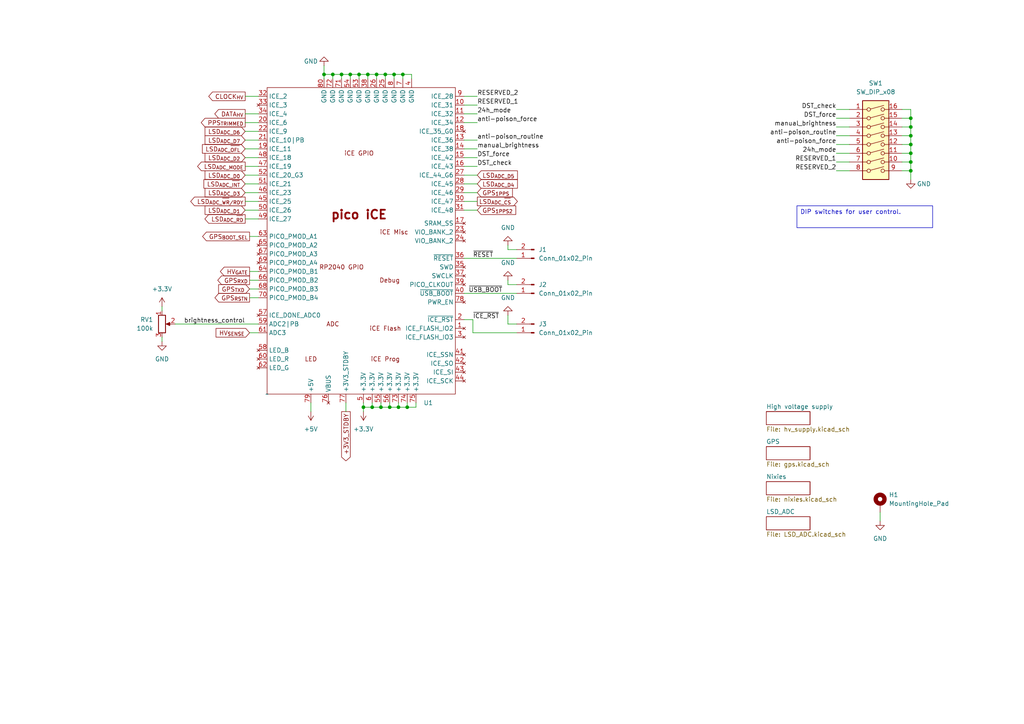
<source format=kicad_sch>
(kicad_sch (version 20230121) (generator eeschema)
  (paper "A4")
  (title_block (title "Nixie Accurate Clock"))
  (lib_symbols
    (symbol "00_lib:pico_iCE"
      (property "Reference" "U1" (at 45.3741 -2.54 0))
      (property "Value" "~" (at 0 0 0))
      (symbol "pico_iCE_0_1"
        (rectangle (start 0 88.9) (end 54.61 0))
      )
      (symbol "pico_iCE_1_1"
        (text "ADC" (at 19.05 20.32 0) (effects (font (size 1.27 1.27))))
        (text "Debug" (at 35.56 33.02 0) (effects (font (size 1.27 1.27))))
        (text "iCE Flash" (at 34.29 19.05 0) (effects (font (size 1.27 1.27))))
        (text "iCE GPIO" (at 26.67 69.85 0) (effects (font (size 1.27 1.27))))
        (text "iCE Misc" (at 36.83 46.99 0) (effects (font (size 1.27 1.27))))
        (text "iCE Prog" (at 34.29 10.16 0) (effects (font (size 1.27 1.27))))
        (text "LED" (at 12.7 10.16 0) (effects (font (size 1.27 1.27))))
        (text "pico iCE" (at 26.67 52.07 0) (effects (font (size 2.54 2.54) bold)))
        (text "RP2040 GPIO" (at 21.59 36.83 0) (effects (font (size 1.27 1.27))))
        (pin no_connect line (at 57.15 19.05 180) (length 2.54) (name "ICE_FLASH_IO2") (number "1"))
        (pin input line (at 57.15 83.82 180) (length 2.54) (name "ICE_31") (number "10"))
        (pin input line (at 57.15 81.28 180) (length 2.54) (name "ICE_32") (number "11"))
        (pin input line (at 57.15 78.74 180) (length 2.54) (name "ICE_34") (number "12"))
        (pin input line (at 57.15 73.66 180) (length 2.54) (name "ICE_36") (number "13"))
        (pin input line (at 57.15 71.12 180) (length 2.54) (name "ICE_38") (number "14"))
        (pin input line (at 57.15 68.58 180) (length 2.54) (name "ICE_42") (number "15"))
        (pin input line (at 57.15 66.04 180) (length 2.54) (name "ICE_43") (number "16"))
        (pin no_connect line (at 57.15 49.53 180) (length 2.54) (name "SRAM_SS") (number "17"))
        (pin no_connect line (at 57.15 76.2 180) (length 2.54) (name "ICE_35_G0") (number "18"))
        (pin input line (at -2.54 71.12 0) (length 2.54) (name "ICE_11") (number "19"))
        (pin input line (at 57.15 21.59 180) (length 2.54) (name "~{ICE_RST}") (number "2"))
        (pin output line (at -2.54 78.74 0) (length 2.54) (name "ICE_6") (number "20"))
        (pin input line (at -2.54 73.66 0) (length 2.54) (name "ICE_10|PB") (number "21"))
        (pin input line (at -2.54 76.2 0) (length 2.54) (name "ICE_9") (number "22"))
        (pin no_connect line (at 57.15 46.99 180) (length 2.54) (name "VIO_BANK_2") (number "23"))
        (pin no_connect line (at 57.15 44.45 180) (length 2.54) (name "VIO_BANK_2") (number "24"))
        (pin passive line (at 34.29 91.44 270) (length 2.54) (name "GND") (number "25"))
        (pin passive line (at 31.75 91.44 270) (length 2.54) (name "GND") (number "26"))
        (pin input line (at 57.15 63.5 180) (length 2.54) (name "ICE_44_G6") (number "27"))
        (pin input line (at 57.15 60.96 180) (length 2.54) (name "ICE_45") (number "28"))
        (pin input line (at 57.15 58.42 180) (length 2.54) (name "ICE_46") (number "29"))
        (pin no_connect line (at 57.15 16.51 180) (length 2.54) (name "ICE_FLASH_IO3") (number "3"))
        (pin output line (at 57.15 55.88 180) (length 2.54) (name "ICE_47") (number "30"))
        (pin input line (at 57.15 53.34 180) (length 2.54) (name "ICE_48") (number "31"))
        (pin output line (at -2.54 86.36 0) (length 2.54) (name "ICE_2") (number "32"))
        (pin no_connect line (at -2.54 83.82 0) (length 2.54) (name "ICE_3") (number "33"))
        (pin output line (at -2.54 81.28 0) (length 2.54) (name "ICE_4") (number "34"))
        (pin no_connect line (at 57.15 36.83 180) (length 2.54) (name "SWD") (number "35"))
        (pin input line (at 57.15 39.37 180) (length 2.54) (name "~{RESET}") (number "36"))
        (pin no_connect line (at 57.15 34.29 180) (length 2.54) (name "SWCLK") (number "37"))
        (pin passive line (at 29.21 91.44 270) (length 2.54) (name "GND") (number "38"))
        (pin no_connect line (at 57.15 31.75 180) (length 2.54) (name "PICO_CLKOUT") (number "39"))
        (pin power_out line (at 41.91 91.44 270) (length 2.54) (name "GND") (number "4"))
        (pin input line (at 57.15 29.21 180) (length 2.54) (name "~{USB_BOOT}") (number "40"))
        (pin no_connect line (at 57.15 11.43 180) (length 2.54) (name "ICE_SSN") (number "41"))
        (pin no_connect line (at 57.15 8.89 180) (length 2.54) (name "ICE_SO") (number "42"))
        (pin no_connect line (at 57.15 6.35 180) (length 2.54) (name "ICE_SI") (number "43"))
        (pin no_connect line (at 57.15 3.81 180) (length 2.54) (name "ICE_SCK") (number "44"))
        (pin output line (at -2.54 55.88 0) (length 2.54) (name "ICE_25") (number "45"))
        (pin passive line (at -2.54 58.42 0) (length 2.54) (name "ICE_23") (number "46"))
        (pin output line (at -2.54 66.04 0) (length 2.54) (name "ICE_19") (number "47"))
        (pin input line (at -2.54 68.58 0) (length 2.54) (name "ICE_18") (number "48"))
        (pin output line (at -2.54 50.8 0) (length 2.54) (name "ICE_27") (number "49"))
        (pin power_out line (at 27.94 -2.54 90) (length 2.54) (name "+3.3V") (number "5"))
        (pin input line (at -2.54 53.34 0) (length 2.54) (name "ICE_26") (number "50"))
        (pin input line (at -2.54 60.96 0) (length 2.54) (name "ICE_21") (number "51"))
        (pin input line (at -2.54 63.5 0) (length 2.54) (name "ICE_20_G3") (number "52"))
        (pin passive line (at 26.67 91.44 270) (length 2.54) (name "GND") (number "53"))
        (pin passive line (at 24.13 91.44 270) (length 2.54) (name "GND") (number "54"))
        (pin passive line (at 33.02 -2.54 90) (length 2.54) (name "+3.3V") (number "55"))
        (pin passive line (at 35.56 -2.54 90) (length 2.54) (name "+3.3V") (number "56"))
        (pin no_connect line (at -2.54 22.86 0) (length 2.54) (name "ICE_DONE_ADC0") (number "57"))
        (pin no_connect line (at -2.54 12.7 0) (length 2.54) (name "LED_B") (number "58"))
        (pin input line (at -2.54 20.32 0) (length 2.54) (name "ADC2|PB") (number "59"))
        (pin passive line (at 30.48 -2.54 90) (length 2.54) (name "+3.3V") (number "6"))
        (pin no_connect line (at -2.54 10.16 0) (length 2.54) (name "LED_R") (number "60"))
        (pin input line (at -2.54 17.78 0) (length 2.54) (name "ADC3") (number "61"))
        (pin no_connect line (at -2.54 7.62 0) (length 2.54) (name "LED_G") (number "62"))
        (pin output line (at -2.54 45.72 0) (length 2.54) (name "PICO_PMOD_A1") (number "63"))
        (pin output line (at -2.54 35.56 0) (length 2.54) (name "PICO_PMOD_B1") (number "64"))
        (pin no_connect line (at -2.54 43.18 0) (length 2.54) (name "PICO_PMOD_A2") (number "65"))
        (pin output line (at -2.54 33.02 0) (length 2.54) (name "PICO_PMOD_B2") (number "66"))
        (pin no_connect line (at -2.54 40.64 0) (length 2.54) (name "PICO_PMOD_A3") (number "67"))
        (pin input line (at -2.54 30.48 0) (length 2.54) (name "PICO_PMOD_B3") (number "68"))
        (pin no_connect line (at -2.54 38.1 0) (length 2.54) (name "PICO_PMOD_A4") (number "69"))
        (pin passive line (at 39.37 91.44 270) (length 2.54) (name "GND") (number "7"))
        (pin output line (at -2.54 27.94 0) (length 2.54) (name "PICO_PMOD_B4") (number "70"))
        (pin passive line (at 21.59 91.44 270) (length 2.54) (name "GND") (number "71"))
        (pin passive line (at 19.05 91.44 270) (length 2.54) (name "GND") (number "72"))
        (pin passive line (at 38.1 -2.54 90) (length 2.54) (name "+3.3V") (number "73"))
        (pin passive line (at 40.64 -2.54 90) (length 2.54) (name "+3.3V") (number "74"))
        (pin passive line (at 43.18 -2.54 90) (length 2.54) (name "+3.3V") (number "75"))
        (pin no_connect line (at 17.78 -2.54 90) (length 2.54) (name "VBUS") (number "76"))
        (pin power_out line (at 22.86 -2.54 90) (length 2.54) (name "+3V3_STDBY") (number "77"))
        (pin no_connect line (at 57.15 26.67 180) (length 2.54) (name "PWR_EN") (number "78"))
        (pin power_out line (at 12.7 -2.54 90) (length 2.54) (name "+5V") (number "79"))
        (pin passive line (at 36.83 91.44 270) (length 2.54) (name "GND") (number "8"))
        (pin passive line (at 16.51 91.44 270) (length 2.54) (name "GND") (number "80"))
        (pin input line (at 57.15 86.36 180) (length 2.54) (name "ICE_28") (number "9"))
      )
    )
    (symbol "Connector:Conn_01x02_Pin" (pin_names (offset 1.016) hide)
      (property "Reference" "J" (at 0 2.54 0))
      (property "Value" "Conn_01x02_Pin" (at 0 -5.08 0))
      (symbol "Conn_01x02_Pin_1_1"
        (polyline (pts (xy 1.27 -2.54) (xy 0.8636 -2.54)) (stroke (width 0.1524)))
        (polyline (pts (xy 1.27 0) (xy 0.8636 0)) (stroke (width 0.1524)))
        (rectangle (start 0.8636 -2.413) (end 0 -2.667) (stroke (width 0.1524)) (fill (type outline)))
        (rectangle (start 0.8636 0.127) (end 0 -0.127) (stroke (width 0.1524)) (fill (type outline)))
        (pin passive line (at 5.08 0 180) (length 3.81) (name "Pin_1") (number "1"))
        (pin passive line (at 5.08 -2.54 180) (length 3.81) (name "Pin_2") (number "2"))
      )
    )
    (symbol "Device:R_Potentiometer" (pin_names (offset 1.016) hide)
      (property "Reference" "RV" (at -4.445 0 90))
      (property "Value" "R_Potentiometer" (at -2.54 0 90))
      (symbol "R_Potentiometer_0_1"
        (polyline (pts (xy 2.54 0) (xy 1.524 0)))
        (polyline (pts (xy 1.143 0) (xy 2.286 0.508) (xy 2.286 -0.508) (xy 1.143 0)) (fill (type outline)))
        (rectangle (start 1.016 2.54) (end -1.016 -2.54) (stroke (width 0.254)))
      )
      (symbol "R_Potentiometer_1_1"
        (pin passive line (at 0 3.81 270) (length 1.27) (name "1") (number "1"))
        (pin passive line (at 3.81 0 180) (length 1.27) (name "2") (number "2"))
        (pin passive line (at 0 -3.81 90) (length 1.27) (name "3") (number "3"))
      )
    )
    (symbol "Mechanical:MountingHole_Pad" (pin_numbers hide) (pin_names (offset 1.016) hide)
      (property "Reference" "H" (at 0 6.35 0))
      (property "Value" "MountingHole_Pad" (at 0 4.445 0))
      (symbol "MountingHole_Pad_0_1"
        (circle (center 0 1.27) (radius 1.27) (stroke (width 1.27)))
      )
      (symbol "MountingHole_Pad_1_1"
        (pin input line (at 0 -2.54 90) (length 2.54) (name "1") (number "1"))
      )
    )
    (symbol "Switch:SW_DIP_x08" (pin_names (offset 0) hide)
      (property "Reference" "SW" (at 0 13.97 0))
      (property "Value" "SW_DIP_x08" (at 0 -11.43 0))
      (symbol "SW_DIP_x08_0_0"
        (circle (center -2.032 -7.62) (radius 0.508))
        (circle (center -2.032 -5.08) (radius 0.508))
        (circle (center -2.032 -2.54) (radius 0.508))
        (circle (center -2.032 0) (radius 0.508))
        (circle (center -2.032 2.54) (radius 0.508))
        (circle (center -2.032 5.08) (radius 0.508))
        (circle (center -2.032 7.62) (radius 0.508))
        (circle (center -2.032 10.16) (radius 0.508))
        (polyline (pts (xy -1.524 -7.4676) (xy 2.3622 -6.4262)))
        (polyline (pts (xy -1.524 -4.9276) (xy 2.3622 -3.8862)))
        (polyline (pts (xy -1.524 -2.3876) (xy 2.3622 -1.3462)))
        (polyline (pts (xy -1.524 0.127) (xy 2.3622 1.1684)))
        (polyline (pts (xy -1.524 2.667) (xy 2.3622 3.7084)))
        (polyline (pts (xy -1.524 5.207) (xy 2.3622 6.2484)))
        (polyline (pts (xy -1.524 7.747) (xy 2.3622 8.7884)))
        (polyline (pts (xy -1.524 10.287) (xy 2.3622 11.3284)))
        (circle (center 2.032 -7.62) (radius 0.508))
        (circle (center 2.032 -5.08) (radius 0.508))
        (circle (center 2.032 -2.54) (radius 0.508))
        (circle (center 2.032 0) (radius 0.508))
        (circle (center 2.032 2.54) (radius 0.508))
        (circle (center 2.032 5.08) (radius 0.508))
        (circle (center 2.032 7.62) (radius 0.508))
        (circle (center 2.032 10.16) (radius 0.508))
      )
      (symbol "SW_DIP_x08_0_1"
        (rectangle (start -3.81 12.7) (end 3.81 -10.16) (stroke (width 0.254)) (fill (type background)))
      )
      (symbol "SW_DIP_x08_1_1"
        (pin passive line (at -7.62 10.16 0) (length 5.08) (name "~") (number "1"))
        (pin passive line (at 7.62 -5.08 180) (length 5.08) (name "~") (number "10"))
        (pin passive line (at 7.62 -2.54 180) (length 5.08) (name "~") (number "11"))
        (pin passive line (at 7.62 0 180) (length 5.08) (name "~") (number "12"))
        (pin passive line (at 7.62 2.54 180) (length 5.08) (name "~") (number "13"))
        (pin passive line (at 7.62 5.08 180) (length 5.08) (name "~") (number "14"))
        (pin passive line (at 7.62 7.62 180) (length 5.08) (name "~") (number "15"))
        (pin passive line (at 7.62 10.16 180) (length 5.08) (name "~") (number "16"))
        (pin passive line (at -7.62 7.62 0) (length 5.08) (name "~") (number "2"))
        (pin passive line (at -7.62 5.08 0) (length 5.08) (name "~") (number "3"))
        (pin passive line (at -7.62 2.54 0) (length 5.08) (name "~") (number "4"))
        (pin passive line (at -7.62 0 0) (length 5.08) (name "~") (number "5"))
        (pin passive line (at -7.62 -2.54 0) (length 5.08) (name "~") (number "6"))
        (pin passive line (at -7.62 -5.08 0) (length 5.08) (name "~") (number "7"))
        (pin passive line (at -7.62 -7.62 0) (length 5.08) (name "~") (number "8"))
        (pin passive line (at 7.62 -7.62 180) (length 5.08) (name "~") (number "9"))
      )
    )
    (symbol "power:+3.3V" (power) (pin_names (offset 0))
      (property "Value" "+3.3V" (at 0 3.556 0))
      (symbol "+3.3V_0_1"
        (polyline (pts (xy -0.762 1.27) (xy 0 2.54)))
        (polyline (pts (xy 0 0) (xy 0 2.54)))
        (polyline (pts (xy 0 2.54) (xy 0.762 1.27)))
      )
      (symbol "+3.3V_1_1"
        (pin power_in line (at 0 0 90) (length 0) hide (name "+3.3V") (number "1"))
      )
    )
    (symbol "power:+5V" (power) (pin_names (offset 0))
      (property "Value" "+5V" (at 0 3.556 0))
      (symbol "+5V_0_1"
        (polyline (pts (xy -0.762 1.27) (xy 0 2.54)))
        (polyline (pts (xy 0 0) (xy 0 2.54)))
        (polyline (pts (xy 0 2.54) (xy 0.762 1.27)))
      )
      (symbol "+5V_1_1"
        (pin power_in line (at 0 0 90) (length 0) hide (name "+5V") (number "1"))
      )
    )
    (symbol "power:GND" (power) (pin_names (offset 0))
      (property "Value" "GND" (at 0 -3.81 0))
      (symbol "GND_0_1"
        (polyline (pts (xy 0 0) (xy 0 -1.27) (xy 1.27 -1.27) (xy 0 -2.54) (xy -1.27 -1.27) (xy 0 -1.27)))
      )
      (symbol "GND_1_1"
        (pin power_in line (at 0 0 270) (length 0) hide (name "GND") (number "1"))
      )
    )
  )
  (junction (at 264.16 36.83))
  (junction (at 109.22 21.59))
  (junction (at 264.16 39.37))
  (junction (at 118.11 118.11))
  (junction (at 113.03 118.11))
  (junction (at 106.68 21.59))
  (junction (at 96.52 21.59))
  (junction (at 111.76 21.59))
  (junction (at 93.98 21.59))
  (junction (at 101.6 21.59))
  (junction (at 99.06 21.59))
  (junction (at 110.49 118.11))
  (junction (at 107.95 118.11))
  (junction (at 115.57 118.11))
  (junction (at 104.14 21.59))
  (junction (at 264.16 44.45))
  (junction (at 264.16 34.29))
  (junction (at 264.16 41.91))
  (junction (at 116.84 21.59))
  (junction (at 264.16 46.99))
  (junction (at 264.16 49.53))
  (junction (at 114.3 21.59))
  (junction (at 105.41 118.11))
  (wire (pts (xy 116.84 21.59) (xy 119.38 21.59)))
  (wire (pts (xy 134.62 48.26) (xy 138.43 48.26)))
  (wire (pts (xy 264.16 34.29) (xy 264.16 36.83)))
  (wire (pts (xy 50.8 93.98) (xy 74.93 93.98)))
  (wire (pts (xy 72.39 86.36) (xy 74.93 86.36)))
  (wire (pts (xy 96.52 21.59) (xy 99.06 21.59)))
  (wire (pts (xy 71.12 58.42) (xy 74.93 58.42)))
  (wire (pts (xy 134.62 33.02) (xy 138.43 33.02)))
  (wire (pts (xy 119.38 22.86) (xy 119.38 21.59)))
  (wire (pts (xy 106.68 21.59) (xy 106.68 22.86)))
  (wire (pts (xy 72.39 78.74) (xy 74.93 78.74)))
  (wire (pts (xy 264.16 46.99) (xy 264.16 49.53)))
  (wire (pts (xy 134.62 60.96) (xy 138.43 60.96)))
  (wire (pts (xy 134.62 30.48) (xy 138.43 30.48)))
  (wire (pts (xy 149.86 96.52) (xy 137.16 96.52)))
  (wire (pts (xy 116.84 21.59) (xy 116.84 22.86)))
  (wire (pts (xy 134.62 85.09) (xy 149.86 85.09)))
  (wire (pts (xy 71.12 55.88) (xy 74.93 55.88)))
  (wire (pts (xy 134.62 55.88) (xy 138.43 55.88)))
  (wire (pts (xy 264.16 36.83) (xy 264.16 39.37)))
  (wire (pts (xy 93.98 21.59) (xy 96.52 21.59)))
  (wire (pts (xy 104.14 21.59) (xy 104.14 22.86)))
  (wire (pts (xy 72.39 81.28) (xy 74.93 81.28)))
  (wire (pts (xy 93.98 19.05) (xy 93.98 21.59)))
  (wire (pts (xy 149.86 93.98) (xy 147.32 93.98)))
  (wire (pts (xy 71.12 60.96) (xy 74.93 60.96)))
  (wire (pts (xy 96.52 21.59) (xy 96.52 22.86)))
  (wire (pts (xy 242.57 49.53) (xy 246.38 49.53)))
  (wire (pts (xy 105.41 118.11) (xy 105.41 119.38)))
  (wire (pts (xy 134.62 40.64) (xy 138.43 40.64)))
  (wire (pts (xy 99.06 21.59) (xy 101.6 21.59)))
  (wire (pts (xy 134.62 53.34) (xy 138.43 53.34)))
  (wire (pts (xy 111.76 21.59) (xy 114.3 21.59)))
  (wire (pts (xy 264.16 31.75) (xy 264.16 34.29)))
  (wire (pts (xy 134.62 27.94) (xy 138.43 27.94)))
  (wire (pts (xy 137.16 92.71) (xy 134.62 92.71)))
  (wire (pts (xy 261.62 31.75) (xy 264.16 31.75)))
  (wire (pts (xy 134.62 58.42) (xy 138.43 58.42)))
  (wire (pts (xy 71.12 35.56) (xy 74.93 35.56)))
  (wire (pts (xy 71.12 48.26) (xy 74.93 48.26)))
  (wire (pts (xy 149.86 72.39) (xy 147.32 72.39)))
  (wire (pts (xy 71.12 50.8) (xy 74.93 50.8)))
  (wire (pts (xy 104.14 21.59) (xy 106.68 21.59)))
  (wire (pts (xy 137.16 96.52) (xy 137.16 92.71)))
  (wire (pts (xy 100.33 116.84) (xy 100.33 119.38)))
  (wire (pts (xy 255.27 151.13) (xy 255.27 148.59)))
  (wire (pts (xy 242.57 36.83) (xy 246.38 36.83)))
  (wire (pts (xy 114.3 21.59) (xy 116.84 21.59)))
  (wire (pts (xy 115.57 116.84) (xy 115.57 118.11)))
  (wire (pts (xy 242.57 41.91) (xy 246.38 41.91)))
  (wire (pts (xy 110.49 118.11) (xy 113.03 118.11)))
  (wire (pts (xy 118.11 116.84) (xy 118.11 118.11)))
  (wire (pts (xy 261.62 46.99) (xy 264.16 46.99)))
  (wire (pts (xy 147.32 93.98) (xy 147.32 91.44)))
  (wire (pts (xy 261.62 44.45) (xy 264.16 44.45)))
  (wire (pts (xy 105.41 116.84) (xy 105.41 118.11)))
  (wire (pts (xy 71.12 33.02) (xy 74.93 33.02)))
  (wire (pts (xy 134.62 35.56) (xy 138.43 35.56)))
  (wire (pts (xy 107.95 118.11) (xy 110.49 118.11)))
  (wire (pts (xy 72.39 96.52) (xy 74.93 96.52)))
  (wire (pts (xy 106.68 21.59) (xy 109.22 21.59)))
  (wire (pts (xy 264.16 44.45) (xy 264.16 46.99)))
  (wire (pts (xy 71.12 45.72) (xy 74.93 45.72)))
  (wire (pts (xy 71.12 40.64) (xy 74.93 40.64)))
  (wire (pts (xy 93.98 21.59) (xy 93.98 22.86)))
  (wire (pts (xy 134.62 50.8) (xy 138.43 50.8)))
  (wire (pts (xy 46.99 99.06) (xy 46.99 97.79)))
  (wire (pts (xy 261.62 39.37) (xy 264.16 39.37)))
  (wire (pts (xy 99.06 21.59) (xy 99.06 22.86)))
  (wire (pts (xy 242.57 44.45) (xy 246.38 44.45)))
  (wire (pts (xy 71.12 43.18) (xy 74.93 43.18)))
  (wire (pts (xy 72.39 83.82) (xy 74.93 83.82)))
  (wire (pts (xy 120.65 116.84) (xy 120.65 118.11)))
  (wire (pts (xy 101.6 21.59) (xy 104.14 21.59)))
  (wire (pts (xy 242.57 34.29) (xy 246.38 34.29)))
  (wire (pts (xy 264.16 49.53) (xy 264.16 52.07)))
  (wire (pts (xy 242.57 31.75) (xy 246.38 31.75)))
  (wire (pts (xy 242.57 46.99) (xy 246.38 46.99)))
  (wire (pts (xy 134.62 45.72) (xy 138.43 45.72)))
  (wire (pts (xy 134.62 74.93) (xy 149.86 74.93)))
  (wire (pts (xy 105.41 118.11) (xy 107.95 118.11)))
  (wire (pts (xy 109.22 21.59) (xy 111.76 21.59)))
  (wire (pts (xy 107.95 116.84) (xy 107.95 118.11)))
  (wire (pts (xy 261.62 49.53) (xy 264.16 49.53)))
  (wire (pts (xy 147.32 82.55) (xy 147.32 81.28)))
  (wire (pts (xy 71.12 63.5) (xy 74.93 63.5)))
  (wire (pts (xy 111.76 21.59) (xy 111.76 22.86)))
  (wire (pts (xy 72.39 68.58) (xy 74.93 68.58)))
  (wire (pts (xy 118.11 118.11) (xy 120.65 118.11)))
  (wire (pts (xy 71.12 27.94) (xy 74.93 27.94)))
  (wire (pts (xy 46.99 88.9) (xy 46.99 90.17)))
  (wire (pts (xy 109.22 21.59) (xy 109.22 22.86)))
  (wire (pts (xy 115.57 118.11) (xy 118.11 118.11)))
  (wire (pts (xy 101.6 21.59) (xy 101.6 22.86)))
  (wire (pts (xy 242.57 39.37) (xy 246.38 39.37)))
  (wire (pts (xy 147.32 72.39) (xy 147.32 71.12)))
  (wire (pts (xy 113.03 118.11) (xy 115.57 118.11)))
  (wire (pts (xy 261.62 41.91) (xy 264.16 41.91)))
  (wire (pts (xy 114.3 21.59) (xy 114.3 22.86)))
  (wire (pts (xy 261.62 34.29) (xy 264.16 34.29)))
  (wire (pts (xy 90.17 116.84) (xy 90.17 119.38)))
  (wire (pts (xy 113.03 116.84) (xy 113.03 118.11)))
  (wire (pts (xy 149.86 82.55) (xy 147.32 82.55)))
  (wire (pts (xy 134.62 43.18) (xy 138.43 43.18)))
  (wire (pts (xy 71.12 38.1) (xy 74.93 38.1)))
  (wire (pts (xy 264.16 39.37) (xy 264.16 41.91)))
  (wire (pts (xy 71.12 53.34) (xy 74.93 53.34)))
  (wire (pts (xy 110.49 116.84) (xy 110.49 118.11)))
  (wire (pts (xy 261.62 36.83) (xy 264.16 36.83)))
  (wire (pts (xy 264.16 41.91) (xy 264.16 44.45)))
  (text_box "DIP switches for user control." (at 231.14 59.69 0) (size 39.37 6.35) (effects (font (size 1.27 1.27)) (justify left top)))
  (label "RESERVED_1" (at 138.43 30.48 0))
  (label "~{RESET}" (at 137.16 74.93 0))
  (label "anti-poison_force" (at 138.43 35.56 0))
  (label "24h_mode" (at 242.57 44.45 180))
  (label "DST_check" (at 242.57 31.75 180))
  (label "24h_mode" (at 138.43 33.02 0))
  (label "anti-poison_force" (at 242.57 41.91 180))
  (label "RESERVED_2" (at 138.43 27.94 0))
  (label "anti-poison_routine" (at 138.43 40.64 0))
  (label "~{USB_BOOT}" (at 135.89 85.09 0))
  (label "anti-poison_routine" (at 242.57 39.37 180))
  (label "RESERVED_1" (at 242.57 46.99 180))
  (label "DST_force" (at 242.57 34.29 180))
  (label "manual_brightness" (at 242.57 36.83 180))
  (label "brightness_control" (at 53.34 93.98 0))
  (label "DST_check" (at 138.43 48.26 0))
  (label "DST_force" (at 138.43 45.72 0))
  (label "manual_brightness" (at 138.43 43.18 0))
  (label "~{ICE_RST}" (at 137.16 92.71 0))
  (label "RESERVED_2" (at 242.57 49.53 180))
  (global_label "LSD_{ADC_~{INT}}" (shape input) (at 71.12 53.34 180) (property "Intersheetrefs" "${INTERSHEET_REFS}" (effects hide)))
  (global_label "LSD_{ADC_D4}" (shape input) (at 138.43 53.34 0) (property "Intersheetrefs" "${INTERSHEET_REFS}" (effects hide)))
  (global_label "LSD_{ADC_D2}" (shape input) (at 71.12 45.72 180) (property "Intersheetrefs" "${INTERSHEET_REFS}" (effects hide)))
  (global_label "+3V3_STDBY" (shape output) (at 100.33 119.38 270) (property "Intersheetrefs" "${INTERSHEET_REFS}" (effects hide)))
  (global_label "LSD_{ADC_~{WR}{slash}RDY}" (shape output) (at 71.12 58.42 180) (property "Intersheetrefs" "${INTERSHEET_REFS}" (effects hide)))
  (global_label "GPS_{RSTN}" (shape output) (at 72.39 86.36 180) (property "Intersheetrefs" "${INTERSHEET_REFS}" (effects hide)))
  (global_label "CLOCK_{HV}" (shape output) (at 71.12 27.94 180) (property "Intersheetrefs" "${INTERSHEET_REFS}" (effects hide)))
  (global_label "LSD_{ADC_~{RD}}" (shape output) (at 71.12 63.5 180) (property "Intersheetrefs" "${INTERSHEET_REFS}" (effects hide)))
  (global_label "LSD_{ADC_MODE}" (shape output) (at 71.12 48.26 180) (property "Intersheetrefs" "${INTERSHEET_REFS}" (effects hide)))
  (global_label "LSD_{ADC_D7}" (shape input) (at 71.12 40.64 180) (property "Intersheetrefs" "${INTERSHEET_REFS}" (effects hide)))
  (global_label "LSD_{ADC_D6}" (shape input) (at 71.12 38.1 180) (property "Intersheetrefs" "${INTERSHEET_REFS}" (effects hide)))
  (global_label "GPS_{BOOT_SEL}" (shape output) (at 72.39 68.58 180) (property "Intersheetrefs" "${INTERSHEET_REFS}" (effects hide)))
  (global_label "GPS_{TXD}" (shape input) (at 72.39 83.82 180) (property "Intersheetrefs" "${INTERSHEET_REFS}" (effects hide)))
  (global_label "PPS_{TRIMMED}" (shape output) (at 71.12 35.56 180) (property "Intersheetrefs" "${INTERSHEET_REFS}" (effects hide)))
  (global_label "GPS_{1PPS}" (shape input) (at 138.43 55.88 0) (property "Intersheetrefs" "${INTERSHEET_REFS}" (effects hide)))
  (global_label "GPS_{1PPS2}" (shape input) (at 138.43 60.96 0) (property "Intersheetrefs" "${INTERSHEET_REFS}" (effects hide)))
  (global_label "LSD_{ADC_D1}" (shape input) (at 71.12 60.96 180) (property "Intersheetrefs" "${INTERSHEET_REFS}" (effects hide)))
  (global_label "LSD_{ADC_~{OFL}}" (shape input) (at 71.12 43.18 180) (property "Intersheetrefs" "${INTERSHEET_REFS}" (effects hide)))
  (global_label "LSD_{ADC_~{CS}}" (shape output) (at 138.43 58.42 0) (property "Intersheetrefs" "${INTERSHEET_REFS}" (effects hide)))
  (global_label "DATA_{HV}" (shape output) (at 71.12 33.02 180) (property "Intersheetrefs" "${INTERSHEET_REFS}" (effects hide)))
  (global_label "HV_{SENSE}" (shape input) (at 72.39 96.52 180) (property "Intersheetrefs" "${INTERSHEET_REFS}" (effects hide)))
  (global_label "LSD_{ADC_D3}" (shape input) (at 71.12 55.88 180) (property "Intersheetrefs" "${INTERSHEET_REFS}" (effects hide)))
  (global_label "GPS_{RXD}" (shape output) (at 72.39 81.28 180) (property "Intersheetrefs" "${INTERSHEET_REFS}" (effects hide)))
  (global_label "LSD_{ADC_D5}" (shape input) (at 138.43 50.8 0) (property "Intersheetrefs" "${INTERSHEET_REFS}" (effects hide)))
  (global_label "HV_{GATE}" (shape output) (at 72.39 78.74 180) (property "Intersheetrefs" "${INTERSHEET_REFS}" (effects hide)))
  (global_label "LSD_{ADC_D0}" (shape input) (at 71.12 50.8 180) (property "Intersheetrefs" "${INTERSHEET_REFS}" (effects hide)))
  (symbol (lib_id "Switch:SW_DIP_x08") (at 254 41.91 0) (unit 1)
    (property "Reference" "SW1" (at 254 24.13 0))
    (property "Value" "SW_DIP_x08" (at 254 26.67 0))
    (property "Footprint" "Button_Switch_THT:SW_DIP_SPSTx08_Slide_6.7x21.88mm_W7.62mm_P2.54mm_LowProfile" (effects hide))
    (property "Sim.Enable" "0" (effects hide))
  )
  (symbol (lib_id "Device:R_Potentiometer") (at 46.99 93.98 0) (unit 1)
    (property "Reference" "RV1" (at 44.45 92.71 0) (effects (justify right)))
    (property "Value" "100k" (at 44.45 95.25 0) (effects (justify right)))
    (property "Footprint" "Potentiometer_THT:Potentiometer_Bourns_3266Z_Horizontal" (effects hide))
  )
  (symbol (lib_id "power:+3.3V") (at 105.41 119.38 180) (unit 1)
    (property "Reference" "#PWR09" (effects hide))
    (property "Value" "+3.3V" (at 105.41 124.46 0))
  )
  (symbol (lib_id "Connector:Conn_01x02_Pin") (at 154.94 96.52 180) (unit 1)
    (property "Reference" "J3" (at 156.21 93.98 0) (effects (justify right)))
    (property "Value" "Conn_01x02_Pin" (at 156.21 96.52 0) (effects (justify right)))
    (property "Footprint" "Connector_PinHeader_2.54mm:PinHeader_1x02_P2.54mm_Vertical" (effects hide))
  )
  (symbol (lib_id "power:GND") (at 147.32 81.28 180) (unit 1)
    (property "Reference" "#PWR04" (effects hide))
    (property "Value" "GND" (at 147.32 76.2 0))
  )
  (symbol (lib_id "power:GND") (at 147.32 71.12 180) (unit 1)
    (property "Reference" "#PWR03" (effects hide))
    (property "Value" "GND" (at 147.32 66.04 0))
  )
  (symbol (lib_id "power:GND") (at 93.98 19.05 180) (unit 1)
    (property "Reference" "#PWR01" (effects hide))
    (property "Value" "GND" (at 90.17 17.78 0))
  )
  (symbol (lib_id "power:GND") (at 255.27 151.13 0) (unit 1)
    (property "Reference" "#PWR010" (effects hide))
    (property "Value" "GND" (at 255.27 156.21 0))
  )
  (symbol (lib_id "power:+3.3V") (at 46.99 88.9 0) (unit 1)
    (property "Reference" "#PWR05" (effects hide))
    (property "Value" "+3.3V" (at 46.99 83.82 0))
  )
  (symbol (lib_id "power:GND") (at 147.32 91.44 180) (unit 1)
    (property "Reference" "#PWR06" (effects hide))
    (property "Value" "GND" (at 147.32 86.36 0))
  )
  (symbol (lib_id "power:GND") (at 46.99 99.06 0) (unit 1)
    (property "Reference" "#PWR07" (effects hide))
    (property "Value" "GND" (at 46.99 104.14 0))
  )
  (symbol (lib_id "00_lib:pico_iCE") (at 77.47 114.3 0) (unit 1)
    (property "Reference" "U1" (at 122.8441 116.84 0) (effects (justify left)))
    (property "Value" "~" (at 77.47 114.3 0))
    (property "Footprint" "00_lib:pico iCE" (effects hide))
    (property "Datasheet" "https://pico-ice.tinyvision.ai/" (effects hide))
    (property "Sim.Enable" "0" (effects hide))
  )
  (symbol (lib_id "power:GND") (at 264.16 52.07 0) (unit 1)
    (property "Reference" "#PWR02" (effects hide))
    (property "Value" "GND" (at 267.97 53.34 0))
  )
  (symbol (lib_id "power:+5V") (at 90.17 119.38 180) (unit 1)
    (property "Reference" "#PWR08" (effects hide))
    (property "Value" "+5V" (at 90.17 124.46 0))
  )
  (symbol (lib_id "Mechanical:MountingHole_Pad") (at 255.27 146.05 0) (unit 1)
    (property "Reference" "H1" (at 257.81 143.51 0) (effects (justify left)))
    (property "Value" "MountingHole_Pad" (at 257.81 146.05 0) (effects (justify left)))
    (property "Footprint" "MountingHole:MountingHole_2.7mm_M2.5_Pad_Via" (effects hide))
  )
  (symbol (lib_id "Connector:Conn_01x02_Pin") (at 154.94 85.09 180) (unit 1)
    (property "Reference" "J2" (at 156.21 82.55 0) (effects (justify right)))
    (property "Value" "Conn_01x02_Pin" (at 156.21 85.09 0) (effects (justify right)))
    (property "Footprint" "Connector_PinHeader_2.54mm:PinHeader_1x02_P2.54mm_Vertical" (effects hide))
  )
  (symbol (lib_id "Connector:Conn_01x02_Pin") (at 154.94 74.93 180) (unit 1)
    (property "Reference" "J1" (at 156.21 72.39 0) (effects (justify right)))
    (property "Value" "Conn_01x02_Pin" (at 156.21 74.93 0) (effects (justify right)))
    (property "Footprint" "Connector_PinHeader_2.54mm:PinHeader_1x02_P2.54mm_Vertical" (effects hide))
  )
  (sheet (at 222.25 139.7) (size 12.7 3.81) (stroke (width 0.1524))
    (property "Sheetname" "Nixies" (at 222.25 138.9884 0) (effects (justify left bottom)))
    (property "Sheetfile" "nixies.kicad_sch" (at 222.25 144.0946 0) (effects (justify left top)))
  )
  (sheet (at 222.25 149.86) (size 12.7 3.81) (stroke (width 0.1524))
    (property "Sheetname" "LSD_ADC" (at 222.25 149.1484 0) (effects (justify left bottom)))
    (property "Sheetfile" "LSD_ADC.kicad_sch" (at 222.25 154.2546 0) (effects (justify left top)))
  )
  (sheet (at 222.25 129.54) (size 12.7 3.81) (stroke (width 0.1524))
    (property "Sheetname" "GPS" (at 222.25 128.8284 0) (effects (justify left bottom)))
    (property "Sheetfile" "gps.kicad_sch" (at 222.25 133.9346 0) (effects (justify left top)))
  )
  (sheet (at 222.25 119.38) (size 12.7 3.81) (stroke (width 0.1524))
    (property "Sheetname" "High voltage supply" (at 222.25 118.6684 0) (effects (justify left bottom)))
    (property "Sheetfile" "hv_supply.kicad_sch" (at 222.25 123.7746 0) (effects (justify left top)))
  )
)
</source>
